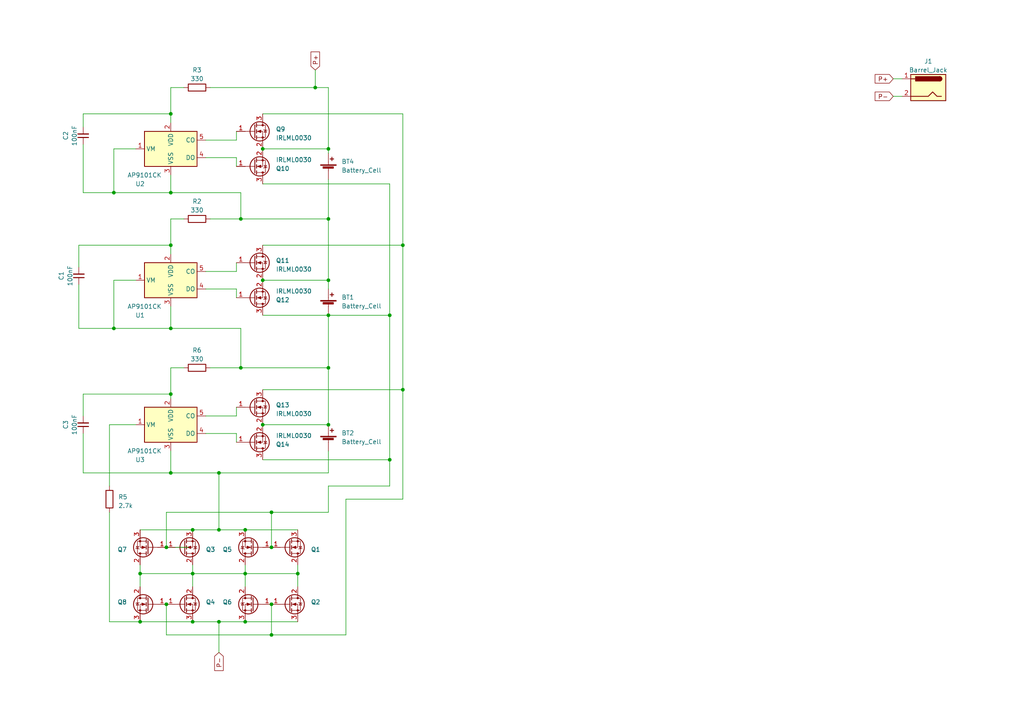
<source format=kicad_sch>
(kicad_sch (version 20230121) (generator eeschema)

  (uuid d19f00ae-1453-4bcc-83e3-c692479d919a)

  (paper "A4")

  (title_block
    (title "LiPo Charging/protection IC")
    (date "2023-03-09")
  )

  (lib_symbols
    (symbol "Battery_Management:AP9101CK" (in_bom yes) (on_board yes)
      (property "Reference" "U" (at -7.62 6.35 0)
        (effects (font (size 1.27 1.27)) (justify left))
      )
      (property "Value" "AP9101CK" (at 6.35 6.35 0)
        (effects (font (size 1.27 1.27)))
      )
      (property "Footprint" "Package_TO_SOT_SMD:SOT-23-5" (at -1.27 0 0)
        (effects (font (size 1.27 1.27)) hide)
      )
      (property "Datasheet" "https://www.diodes.com/assets/Datasheets/AP9101C.pdf" (at 0 1.27 0)
        (effects (font (size 1.27 1.27)) hide)
      )
      (property "ki_keywords" "battery protection li-ion li-po" (at 0 0 0)
        (effects (font (size 1.27 1.27)) hide)
      )
      (property "ki_description" "Li+ Battery Protection IC for Single Cell Pack, SOT-23-5" (at 0 0 0)
        (effects (font (size 1.27 1.27)) hide)
      )
      (property "ki_fp_filters" "SOT?23*" (at 0 0 0)
        (effects (font (size 1.27 1.27)) hide)
      )
      (symbol "AP9101CK_0_1"
        (rectangle (start -7.62 5.08) (end 7.62 -5.08)
          (stroke (width 0.254) (type default))
          (fill (type background))
        )
      )
      (symbol "AP9101CK_1_1"
        (pin passive line (at -10.16 0 0) (length 2.54)
          (name "VM" (effects (font (size 1.27 1.27))))
          (number "1" (effects (font (size 1.27 1.27))))
        )
        (pin power_in line (at 0 7.62 270) (length 2.54)
          (name "VDD" (effects (font (size 1.27 1.27))))
          (number "2" (effects (font (size 1.27 1.27))))
        )
        (pin power_in line (at 0 -7.62 90) (length 2.54)
          (name "VSS" (effects (font (size 1.27 1.27))))
          (number "3" (effects (font (size 1.27 1.27))))
        )
        (pin output line (at 10.16 -2.54 180) (length 2.54)
          (name "DO" (effects (font (size 1.27 1.27))))
          (number "4" (effects (font (size 1.27 1.27))))
        )
        (pin output line (at 10.16 2.54 180) (length 2.54)
          (name "CO" (effects (font (size 1.27 1.27))))
          (number "5" (effects (font (size 1.27 1.27))))
        )
      )
    )
    (symbol "Connector:Barrel_Jack" (pin_names (offset 1.016)) (in_bom yes) (on_board yes)
      (property "Reference" "J" (at 0 5.334 0)
        (effects (font (size 1.27 1.27)))
      )
      (property "Value" "Barrel_Jack" (at 0 -5.08 0)
        (effects (font (size 1.27 1.27)))
      )
      (property "Footprint" "" (at 1.27 -1.016 0)
        (effects (font (size 1.27 1.27)) hide)
      )
      (property "Datasheet" "~" (at 1.27 -1.016 0)
        (effects (font (size 1.27 1.27)) hide)
      )
      (property "ki_keywords" "DC power barrel jack connector" (at 0 0 0)
        (effects (font (size 1.27 1.27)) hide)
      )
      (property "ki_description" "DC Barrel Jack" (at 0 0 0)
        (effects (font (size 1.27 1.27)) hide)
      )
      (property "ki_fp_filters" "BarrelJack*" (at 0 0 0)
        (effects (font (size 1.27 1.27)) hide)
      )
      (symbol "Barrel_Jack_0_1"
        (rectangle (start -5.08 3.81) (end 5.08 -3.81)
          (stroke (width 0.254) (type default))
          (fill (type background))
        )
        (arc (start -3.302 3.175) (mid -3.9343 2.54) (end -3.302 1.905)
          (stroke (width 0.254) (type default))
          (fill (type none))
        )
        (arc (start -3.302 3.175) (mid -3.9343 2.54) (end -3.302 1.905)
          (stroke (width 0.254) (type default))
          (fill (type outline))
        )
        (polyline
          (pts
            (xy 5.08 2.54)
            (xy 3.81 2.54)
          )
          (stroke (width 0.254) (type default))
          (fill (type none))
        )
        (polyline
          (pts
            (xy -3.81 -2.54)
            (xy -2.54 -2.54)
            (xy -1.27 -1.27)
            (xy 0 -2.54)
            (xy 2.54 -2.54)
            (xy 5.08 -2.54)
          )
          (stroke (width 0.254) (type default))
          (fill (type none))
        )
        (rectangle (start 3.683 3.175) (end -3.302 1.905)
          (stroke (width 0.254) (type default))
          (fill (type outline))
        )
      )
      (symbol "Barrel_Jack_1_1"
        (pin passive line (at 7.62 2.54 180) (length 2.54)
          (name "~" (effects (font (size 1.27 1.27))))
          (number "1" (effects (font (size 1.27 1.27))))
        )
        (pin passive line (at 7.62 -2.54 180) (length 2.54)
          (name "~" (effects (font (size 1.27 1.27))))
          (number "2" (effects (font (size 1.27 1.27))))
        )
      )
    )
    (symbol "Device:Battery_Cell" (pin_numbers hide) (pin_names (offset 0) hide) (in_bom yes) (on_board yes)
      (property "Reference" "BT" (at 2.54 2.54 0)
        (effects (font (size 1.27 1.27)) (justify left))
      )
      (property "Value" "Battery_Cell" (at 2.54 0 0)
        (effects (font (size 1.27 1.27)) (justify left))
      )
      (property "Footprint" "" (at 0 1.524 90)
        (effects (font (size 1.27 1.27)) hide)
      )
      (property "Datasheet" "~" (at 0 1.524 90)
        (effects (font (size 1.27 1.27)) hide)
      )
      (property "ki_keywords" "battery cell" (at 0 0 0)
        (effects (font (size 1.27 1.27)) hide)
      )
      (property "ki_description" "Single-cell battery" (at 0 0 0)
        (effects (font (size 1.27 1.27)) hide)
      )
      (symbol "Battery_Cell_0_1"
        (rectangle (start -2.286 1.778) (end 2.286 1.524)
          (stroke (width 0) (type default))
          (fill (type outline))
        )
        (rectangle (start -1.5748 1.1938) (end 1.4732 0.6858)
          (stroke (width 0) (type default))
          (fill (type outline))
        )
        (polyline
          (pts
            (xy 0 0.762)
            (xy 0 0)
          )
          (stroke (width 0) (type default))
          (fill (type none))
        )
        (polyline
          (pts
            (xy 0 1.778)
            (xy 0 2.54)
          )
          (stroke (width 0) (type default))
          (fill (type none))
        )
        (polyline
          (pts
            (xy 0.508 3.429)
            (xy 1.524 3.429)
          )
          (stroke (width 0.254) (type default))
          (fill (type none))
        )
        (polyline
          (pts
            (xy 1.016 3.937)
            (xy 1.016 2.921)
          )
          (stroke (width 0.254) (type default))
          (fill (type none))
        )
      )
      (symbol "Battery_Cell_1_1"
        (pin passive line (at 0 5.08 270) (length 2.54)
          (name "+" (effects (font (size 1.27 1.27))))
          (number "1" (effects (font (size 1.27 1.27))))
        )
        (pin passive line (at 0 -2.54 90) (length 2.54)
          (name "-" (effects (font (size 1.27 1.27))))
          (number "2" (effects (font (size 1.27 1.27))))
        )
      )
    )
    (symbol "Device:C_Small" (pin_numbers hide) (pin_names (offset 0.254) hide) (in_bom yes) (on_board yes)
      (property "Reference" "C" (at 0.254 1.778 0)
        (effects (font (size 1.27 1.27)) (justify left))
      )
      (property "Value" "C_Small" (at 0.254 -2.032 0)
        (effects (font (size 1.27 1.27)) (justify left))
      )
      (property "Footprint" "" (at 0 0 0)
        (effects (font (size 1.27 1.27)) hide)
      )
      (property "Datasheet" "~" (at 0 0 0)
        (effects (font (size 1.27 1.27)) hide)
      )
      (property "ki_keywords" "capacitor cap" (at 0 0 0)
        (effects (font (size 1.27 1.27)) hide)
      )
      (property "ki_description" "Unpolarized capacitor, small symbol" (at 0 0 0)
        (effects (font (size 1.27 1.27)) hide)
      )
      (property "ki_fp_filters" "C_*" (at 0 0 0)
        (effects (font (size 1.27 1.27)) hide)
      )
      (symbol "C_Small_0_1"
        (polyline
          (pts
            (xy -1.524 -0.508)
            (xy 1.524 -0.508)
          )
          (stroke (width 0.3302) (type default))
          (fill (type none))
        )
        (polyline
          (pts
            (xy -1.524 0.508)
            (xy 1.524 0.508)
          )
          (stroke (width 0.3048) (type default))
          (fill (type none))
        )
      )
      (symbol "C_Small_1_1"
        (pin passive line (at 0 2.54 270) (length 2.032)
          (name "~" (effects (font (size 1.27 1.27))))
          (number "1" (effects (font (size 1.27 1.27))))
        )
        (pin passive line (at 0 -2.54 90) (length 2.032)
          (name "~" (effects (font (size 1.27 1.27))))
          (number "2" (effects (font (size 1.27 1.27))))
        )
      )
    )
    (symbol "Device:R" (pin_numbers hide) (pin_names (offset 0)) (in_bom yes) (on_board yes)
      (property "Reference" "R" (at 2.032 0 90)
        (effects (font (size 1.27 1.27)))
      )
      (property "Value" "R" (at 0 0 90)
        (effects (font (size 1.27 1.27)))
      )
      (property "Footprint" "" (at -1.778 0 90)
        (effects (font (size 1.27 1.27)) hide)
      )
      (property "Datasheet" "~" (at 0 0 0)
        (effects (font (size 1.27 1.27)) hide)
      )
      (property "ki_keywords" "R res resistor" (at 0 0 0)
        (effects (font (size 1.27 1.27)) hide)
      )
      (property "ki_description" "Resistor" (at 0 0 0)
        (effects (font (size 1.27 1.27)) hide)
      )
      (property "ki_fp_filters" "R_*" (at 0 0 0)
        (effects (font (size 1.27 1.27)) hide)
      )
      (symbol "R_0_1"
        (rectangle (start -1.016 -2.54) (end 1.016 2.54)
          (stroke (width 0.254) (type default))
          (fill (type none))
        )
      )
      (symbol "R_1_1"
        (pin passive line (at 0 3.81 270) (length 1.27)
          (name "~" (effects (font (size 1.27 1.27))))
          (number "1" (effects (font (size 1.27 1.27))))
        )
        (pin passive line (at 0 -3.81 90) (length 1.27)
          (name "~" (effects (font (size 1.27 1.27))))
          (number "2" (effects (font (size 1.27 1.27))))
        )
      )
    )
    (symbol "Transistor_FET:IRLB8721PBF" (pin_names hide) (in_bom yes) (on_board yes)
      (property "Reference" "Q" (at 6.35 1.905 0)
        (effects (font (size 1.27 1.27)) (justify left))
      )
      (property "Value" "IRLB8721PBF" (at 6.35 0 0)
        (effects (font (size 1.27 1.27)) (justify left))
      )
      (property "Footprint" "Package_TO_SOT_THT:TO-220-3_Vertical" (at 6.35 -1.905 0)
        (effects (font (size 1.27 1.27) italic) (justify left) hide)
      )
      (property "Datasheet" "http://www.infineon.com/dgdl/irlb8721pbf.pdf?fileId=5546d462533600a40153566056732591" (at 0 0 0)
        (effects (font (size 1.27 1.27)) (justify left) hide)
      )
      (property "ki_keywords" "N-Channel HEXFET MOSFET Logic-Level" (at 0 0 0)
        (effects (font (size 1.27 1.27)) hide)
      )
      (property "ki_description" "62A Id, 30V Vds, 8.7 mOhm Rds, N-Channel HEXFET Power MOSFET, TO-220" (at 0 0 0)
        (effects (font (size 1.27 1.27)) hide)
      )
      (property "ki_fp_filters" "TO?220*" (at 0 0 0)
        (effects (font (size 1.27 1.27)) hide)
      )
      (symbol "IRLB8721PBF_0_1"
        (polyline
          (pts
            (xy 0.254 0)
            (xy -2.54 0)
          )
          (stroke (width 0) (type default))
          (fill (type none))
        )
        (polyline
          (pts
            (xy 0.254 1.905)
            (xy 0.254 -1.905)
          )
          (stroke (width 0.254) (type default))
          (fill (type none))
        )
        (polyline
          (pts
            (xy 0.762 -1.27)
            (xy 0.762 -2.286)
          )
          (stroke (width 0.254) (type default))
          (fill (type none))
        )
        (polyline
          (pts
            (xy 0.762 0.508)
            (xy 0.762 -0.508)
          )
          (stroke (width 0.254) (type default))
          (fill (type none))
        )
        (polyline
          (pts
            (xy 0.762 2.286)
            (xy 0.762 1.27)
          )
          (stroke (width 0.254) (type default))
          (fill (type none))
        )
        (polyline
          (pts
            (xy 2.54 2.54)
            (xy 2.54 1.778)
          )
          (stroke (width 0) (type default))
          (fill (type none))
        )
        (polyline
          (pts
            (xy 2.54 -2.54)
            (xy 2.54 0)
            (xy 0.762 0)
          )
          (stroke (width 0) (type default))
          (fill (type none))
        )
        (polyline
          (pts
            (xy 0.762 -1.778)
            (xy 3.302 -1.778)
            (xy 3.302 1.778)
            (xy 0.762 1.778)
          )
          (stroke (width 0) (type default))
          (fill (type none))
        )
        (polyline
          (pts
            (xy 1.016 0)
            (xy 2.032 0.381)
            (xy 2.032 -0.381)
            (xy 1.016 0)
          )
          (stroke (width 0) (type default))
          (fill (type outline))
        )
        (polyline
          (pts
            (xy 2.794 0.508)
            (xy 2.921 0.381)
            (xy 3.683 0.381)
            (xy 3.81 0.254)
          )
          (stroke (width 0) (type default))
          (fill (type none))
        )
        (polyline
          (pts
            (xy 3.302 0.381)
            (xy 2.921 -0.254)
            (xy 3.683 -0.254)
            (xy 3.302 0.381)
          )
          (stroke (width 0) (type default))
          (fill (type none))
        )
        (circle (center 1.651 0) (radius 2.794)
          (stroke (width 0.254) (type default))
          (fill (type none))
        )
        (circle (center 2.54 -1.778) (radius 0.254)
          (stroke (width 0) (type default))
          (fill (type outline))
        )
        (circle (center 2.54 1.778) (radius 0.254)
          (stroke (width 0) (type default))
          (fill (type outline))
        )
      )
      (symbol "IRLB8721PBF_1_1"
        (pin input line (at -5.08 0 0) (length 2.54)
          (name "G" (effects (font (size 1.27 1.27))))
          (number "1" (effects (font (size 1.27 1.27))))
        )
        (pin passive line (at 2.54 5.08 270) (length 2.54)
          (name "D" (effects (font (size 1.27 1.27))))
          (number "2" (effects (font (size 1.27 1.27))))
        )
        (pin passive line (at 2.54 -5.08 90) (length 2.54)
          (name "S" (effects (font (size 1.27 1.27))))
          (number "3" (effects (font (size 1.27 1.27))))
        )
      )
    )
    (symbol "Transistor_FET:IRLML0030" (pin_names hide) (in_bom yes) (on_board yes)
      (property "Reference" "Q" (at 5.08 1.905 0)
        (effects (font (size 1.27 1.27)) (justify left))
      )
      (property "Value" "IRLML0030" (at 5.08 0 0)
        (effects (font (size 1.27 1.27)) (justify left))
      )
      (property "Footprint" "Package_TO_SOT_SMD:SOT-23" (at 5.08 -1.905 0)
        (effects (font (size 1.27 1.27) italic) (justify left) hide)
      )
      (property "Datasheet" "https://www.infineon.com/dgdl/irlml0030pbf.pdf?fileId=5546d462533600a401535664773825df" (at 0 0 0)
        (effects (font (size 1.27 1.27)) (justify left) hide)
      )
      (property "ki_keywords" "N-Channel HEXFET MOSFET Logic-Level" (at 0 0 0)
        (effects (font (size 1.27 1.27)) hide)
      )
      (property "ki_description" "5.3A Id, 30V Vds, 27mOhm Rds, N-Channel HEXFET Power MOSFET, SOT-23" (at 0 0 0)
        (effects (font (size 1.27 1.27)) hide)
      )
      (property "ki_fp_filters" "SOT?23*" (at 0 0 0)
        (effects (font (size 1.27 1.27)) hide)
      )
      (symbol "IRLML0030_0_1"
        (polyline
          (pts
            (xy 0.254 0)
            (xy -2.54 0)
          )
          (stroke (width 0) (type default))
          (fill (type none))
        )
        (polyline
          (pts
            (xy 0.254 1.905)
            (xy 0.254 -1.905)
          )
          (stroke (width 0.254) (type default))
          (fill (type none))
        )
        (polyline
          (pts
            (xy 0.762 -1.27)
            (xy 0.762 -2.286)
          )
          (stroke (width 0.254) (type default))
          (fill (type none))
        )
        (polyline
          (pts
            (xy 0.762 0.508)
            (xy 0.762 -0.508)
          )
          (stroke (width 0.254) (type default))
          (fill (type none))
        )
        (polyline
          (pts
            (xy 0.762 2.286)
            (xy 0.762 1.27)
          )
          (stroke (width 0.254) (type default))
          (fill (type none))
        )
        (polyline
          (pts
            (xy 2.54 2.54)
            (xy 2.54 1.778)
          )
          (stroke (width 0) (type default))
          (fill (type none))
        )
        (polyline
          (pts
            (xy 2.54 -2.54)
            (xy 2.54 0)
            (xy 0.762 0)
          )
          (stroke (width 0) (type default))
          (fill (type none))
        )
        (polyline
          (pts
            (xy 0.762 -1.778)
            (xy 3.302 -1.778)
            (xy 3.302 1.778)
            (xy 0.762 1.778)
          )
          (stroke (width 0) (type default))
          (fill (type none))
        )
        (polyline
          (pts
            (xy 1.016 0)
            (xy 2.032 0.381)
            (xy 2.032 -0.381)
            (xy 1.016 0)
          )
          (stroke (width 0) (type default))
          (fill (type outline))
        )
        (polyline
          (pts
            (xy 2.794 0.508)
            (xy 2.921 0.381)
            (xy 3.683 0.381)
            (xy 3.81 0.254)
          )
          (stroke (width 0) (type default))
          (fill (type none))
        )
        (polyline
          (pts
            (xy 3.302 0.381)
            (xy 2.921 -0.254)
            (xy 3.683 -0.254)
            (xy 3.302 0.381)
          )
          (stroke (width 0) (type default))
          (fill (type none))
        )
        (circle (center 1.651 0) (radius 2.794)
          (stroke (width 0.254) (type default))
          (fill (type none))
        )
        (circle (center 2.54 -1.778) (radius 0.254)
          (stroke (width 0) (type default))
          (fill (type outline))
        )
        (circle (center 2.54 1.778) (radius 0.254)
          (stroke (width 0) (type default))
          (fill (type outline))
        )
      )
      (symbol "IRLML0030_1_1"
        (pin input line (at -5.08 0 0) (length 2.54)
          (name "G" (effects (font (size 1.27 1.27))))
          (number "1" (effects (font (size 1.27 1.27))))
        )
        (pin passive line (at 2.54 -5.08 90) (length 2.54)
          (name "S" (effects (font (size 1.27 1.27))))
          (number "2" (effects (font (size 1.27 1.27))))
        )
        (pin passive line (at 2.54 5.08 270) (length 2.54)
          (name "D" (effects (font (size 1.27 1.27))))
          (number "3" (effects (font (size 1.27 1.27))))
        )
      )
    )
  )

  (junction (at 49.53 95.25) (diameter 0) (color 0 0 0 0)
    (uuid 0062998d-45f5-400b-95fb-6c43b6297e8f)
  )
  (junction (at 78.74 184.15) (diameter 0) (color 0 0 0 0)
    (uuid 03874635-da72-4c53-a2c0-ae9781db574e)
  )
  (junction (at 63.5 180.34) (diameter 0) (color 0 0 0 0)
    (uuid 07ab9d08-d547-4ff9-aad4-979133efffb8)
  )
  (junction (at 71.12 166.37) (diameter 0) (color 0 0 0 0)
    (uuid 14888afe-0cbd-45d7-a0ad-4eea7ceba2bf)
  )
  (junction (at 76.2 123.19) (diameter 0) (color 0 0 0 0)
    (uuid 18e11eee-b34e-442d-9f26-9a8d46f4cce8)
  )
  (junction (at 78.74 148.59) (diameter 0) (color 0 0 0 0)
    (uuid 258f721b-aaab-43c6-b2cc-fd209e143d36)
  )
  (junction (at 113.03 91.44) (diameter 0) (color 0 0 0 0)
    (uuid 2693dcfa-ed10-44bd-abd2-75b38554844d)
  )
  (junction (at 116.84 113.03) (diameter 0) (color 0 0 0 0)
    (uuid 28ea72f2-036d-4c64-8d58-db98e08869af)
  )
  (junction (at 95.25 106.68) (diameter 0) (color 0 0 0 0)
    (uuid 29e272c9-b3e5-48a4-a04d-35a76fc920bf)
  )
  (junction (at 69.85 63.5) (diameter 0) (color 0 0 0 0)
    (uuid 2f5e36f2-dd46-4d19-b983-a0ae497e0aa0)
  )
  (junction (at 78.74 175.26) (diameter 0) (color 0 0 0 0)
    (uuid 35f9087c-6d7d-458f-9df3-db8c6ba2bc48)
  )
  (junction (at 95.25 43.18) (diameter 0) (color 0 0 0 0)
    (uuid 36cbe722-f54e-4b69-9085-8a4a5e9dde1a)
  )
  (junction (at 71.12 153.67) (diameter 0) (color 0 0 0 0)
    (uuid 3aa874ab-7a9c-4a94-b4b6-bbd9d6fec916)
  )
  (junction (at 69.85 106.68) (diameter 0) (color 0 0 0 0)
    (uuid 41501d9a-2724-4621-90d4-79b88140f8ed)
  )
  (junction (at 91.44 25.4) (diameter 0) (color 0 0 0 0)
    (uuid 494c0eb1-e143-4959-8cf1-7a50944f12f5)
  )
  (junction (at 48.26 158.75) (diameter 0) (color 0 0 0 0)
    (uuid 51f44263-1c5e-42fc-ae30-1cf44ac7ca41)
  )
  (junction (at 49.53 55.88) (diameter 0) (color 0 0 0 0)
    (uuid 526ebeea-f6fe-47fe-8230-6a7617003947)
  )
  (junction (at 63.5 137.16) (diameter 0) (color 0 0 0 0)
    (uuid 5abe3f68-e07e-44e3-9ce1-dc1a883a8e63)
  )
  (junction (at 49.53 114.3) (diameter 0) (color 0 0 0 0)
    (uuid 6133af8d-1600-419a-bec2-06511637c7a1)
  )
  (junction (at 95.25 91.44) (diameter 0) (color 0 0 0 0)
    (uuid 68dfd79d-ff4b-4c4c-8015-887499782789)
  )
  (junction (at 40.64 166.37) (diameter 0) (color 0 0 0 0)
    (uuid 6d5b438f-0c30-4e0e-98c3-023f496b24ed)
  )
  (junction (at 55.88 180.34) (diameter 0) (color 0 0 0 0)
    (uuid 75a97920-8d1f-45d8-a4b3-152e6d340e8e)
  )
  (junction (at 55.88 153.67) (diameter 0) (color 0 0 0 0)
    (uuid 8187289b-0b3b-4be2-9e51-832263eedfc4)
  )
  (junction (at 95.25 63.5) (diameter 0) (color 0 0 0 0)
    (uuid 8b77c752-f9e4-4c23-8ce6-6d488556a9a7)
  )
  (junction (at 63.5 153.67) (diameter 0) (color 0 0 0 0)
    (uuid 8e5085d4-e9d6-40e9-a194-62d02e680e5d)
  )
  (junction (at 113.03 133.35) (diameter 0) (color 0 0 0 0)
    (uuid 96d4872b-b47e-4ca0-b93b-bb667745ef4b)
  )
  (junction (at 76.2 81.28) (diameter 0) (color 0 0 0 0)
    (uuid 9886c15e-154f-4a76-b3e1-10f00ea9bb56)
  )
  (junction (at 95.25 123.19) (diameter 0) (color 0 0 0 0)
    (uuid 9a030193-ec17-4d1d-a600-ad4e90026c84)
  )
  (junction (at 86.36 166.37) (diameter 0) (color 0 0 0 0)
    (uuid 9ff47359-fac8-4ee9-b9d1-5ce653304730)
  )
  (junction (at 76.2 43.18) (diameter 0) (color 0 0 0 0)
    (uuid a24986cd-8109-4c95-9d9f-75ef298e8521)
  )
  (junction (at 78.74 158.75) (diameter 0) (color 0 0 0 0)
    (uuid a819a172-f668-42f1-833e-bfb426ff363b)
  )
  (junction (at 55.88 166.37) (diameter 0) (color 0 0 0 0)
    (uuid b900a8d1-a4de-47f7-a751-f35c5b163c7c)
  )
  (junction (at 71.12 180.34) (diameter 0) (color 0 0 0 0)
    (uuid ca2879ce-1ceb-4c8f-96c0-a143118b220e)
  )
  (junction (at 33.02 55.88) (diameter 0) (color 0 0 0 0)
    (uuid ce03ee01-0d26-4211-8e05-c30b4a0bc87e)
  )
  (junction (at 48.26 175.26) (diameter 0) (color 0 0 0 0)
    (uuid d5ece6b2-686a-4c2b-b48e-7438f63a3b48)
  )
  (junction (at 49.53 71.12) (diameter 0) (color 0 0 0 0)
    (uuid db43eab4-4164-4ff7-abb0-872051dbde28)
  )
  (junction (at 95.25 81.28) (diameter 0) (color 0 0 0 0)
    (uuid dd70d76a-c923-4d63-8c12-24bf3d7386ea)
  )
  (junction (at 116.84 71.12) (diameter 0) (color 0 0 0 0)
    (uuid e74ff1bb-a805-4686-bf71-f4d92e345454)
  )
  (junction (at 49.53 137.16) (diameter 0) (color 0 0 0 0)
    (uuid ee5ca9dd-d89e-4994-ad6c-bef78d4843ba)
  )
  (junction (at 49.53 33.02) (diameter 0) (color 0 0 0 0)
    (uuid f1fbd918-5c63-445b-bce0-11e2ebe63f98)
  )
  (junction (at 40.64 180.34) (diameter 0) (color 0 0 0 0)
    (uuid f88df9b0-05bc-4e6e-8d87-cd63d435c8f4)
  )
  (junction (at 33.02 95.25) (diameter 0) (color 0 0 0 0)
    (uuid ff9207e4-b057-43c6-a3bd-97bd833a45ee)
  )

  (wire (pts (xy 33.02 95.25) (xy 49.53 95.25))
    (stroke (width 0) (type default))
    (uuid 00c63dcd-1ab2-49f1-a21f-75ed742476a3)
  )
  (wire (pts (xy 39.37 123.19) (xy 31.75 123.19))
    (stroke (width 0) (type default))
    (uuid 06ada04e-368a-452c-9a88-b0bd405036cf)
  )
  (wire (pts (xy 116.84 144.78) (xy 100.33 144.78))
    (stroke (width 0) (type default))
    (uuid 098eea6b-935b-445b-a58e-501ef4a1bf78)
  )
  (wire (pts (xy 40.64 153.67) (xy 55.88 153.67))
    (stroke (width 0) (type default))
    (uuid 09d73eea-0afb-4dee-b2a4-a15ea923815a)
  )
  (wire (pts (xy 31.75 148.59) (xy 31.75 180.34))
    (stroke (width 0) (type default))
    (uuid 0b45dbe8-f512-4bdd-ab3d-8007bff155c5)
  )
  (wire (pts (xy 39.37 43.18) (xy 33.02 43.18))
    (stroke (width 0) (type default))
    (uuid 0cd7b1ea-5965-4408-95b6-b39cdec57132)
  )
  (wire (pts (xy 68.58 78.74) (xy 68.58 76.2))
    (stroke (width 0) (type default))
    (uuid 0f2a4aa0-09c9-4d07-a5c8-bd8e53715cae)
  )
  (wire (pts (xy 86.36 163.83) (xy 86.36 166.37))
    (stroke (width 0) (type default))
    (uuid 0f5315a7-a178-4022-8b09-9094318d2173)
  )
  (wire (pts (xy 63.5 137.16) (xy 95.25 137.16))
    (stroke (width 0) (type default))
    (uuid 10f52c64-3372-4485-8f4a-3e0b41e3318a)
  )
  (wire (pts (xy 55.88 166.37) (xy 55.88 163.83))
    (stroke (width 0) (type default))
    (uuid 1139f7f1-a401-4af8-9804-fb71bd53e66a)
  )
  (wire (pts (xy 78.74 148.59) (xy 95.25 148.59))
    (stroke (width 0) (type default))
    (uuid 148f97ed-e609-4776-8892-e6e73e0e3cf3)
  )
  (wire (pts (xy 76.2 91.44) (xy 95.25 91.44))
    (stroke (width 0) (type default))
    (uuid 191a80d0-a4f6-4b89-a7f7-55b2854fc2f8)
  )
  (wire (pts (xy 49.53 33.02) (xy 24.13 33.02))
    (stroke (width 0) (type default))
    (uuid 1af9f56c-2a9c-4678-8d66-4c85b5f44869)
  )
  (wire (pts (xy 24.13 137.16) (xy 49.53 137.16))
    (stroke (width 0) (type default))
    (uuid 1b31e2d4-920e-4f89-b804-7119ae3ac2eb)
  )
  (wire (pts (xy 55.88 180.34) (xy 63.5 180.34))
    (stroke (width 0) (type default))
    (uuid 1be6a8ff-820a-494e-b150-74ed24471b3c)
  )
  (wire (pts (xy 259.08 27.94) (xy 261.62 27.94))
    (stroke (width 0) (type default))
    (uuid 1da33acb-21fb-48b5-8357-a451a9b22195)
  )
  (wire (pts (xy 95.25 43.18) (xy 76.2 43.18))
    (stroke (width 0) (type default))
    (uuid 2037d5d1-8277-42f3-bae1-ba97268ac793)
  )
  (wire (pts (xy 95.25 137.16) (xy 95.25 130.81))
    (stroke (width 0) (type default))
    (uuid 20e349c9-76d3-4fb5-85fa-dcd451d14c15)
  )
  (wire (pts (xy 95.25 91.44) (xy 113.03 91.44))
    (stroke (width 0) (type default))
    (uuid 215d220a-ccab-4ab1-a83c-0a22ee0bf18e)
  )
  (wire (pts (xy 22.86 95.25) (xy 33.02 95.25))
    (stroke (width 0) (type default))
    (uuid 2268ee4c-7fa8-44d0-8d0c-3fd8f3b5b4da)
  )
  (wire (pts (xy 69.85 95.25) (xy 69.85 106.68))
    (stroke (width 0) (type default))
    (uuid 22941cfd-c938-4c28-a908-344c19537cdb)
  )
  (wire (pts (xy 95.25 63.5) (xy 95.25 81.28))
    (stroke (width 0) (type default))
    (uuid 2644f2be-bc6a-48dd-b18e-e2c2b65d3d13)
  )
  (wire (pts (xy 95.25 81.28) (xy 76.2 81.28))
    (stroke (width 0) (type default))
    (uuid 29a0a369-d64e-4c04-a1ae-eba3071413cf)
  )
  (wire (pts (xy 24.13 33.02) (xy 24.13 36.83))
    (stroke (width 0) (type default))
    (uuid 2ab5fc78-a041-4214-99b4-9d159ed0efa2)
  )
  (wire (pts (xy 59.69 120.65) (xy 68.58 120.65))
    (stroke (width 0) (type default))
    (uuid 2d1980af-3ba3-4cac-889e-0d03e9d7385b)
  )
  (wire (pts (xy 63.5 180.34) (xy 63.5 189.23))
    (stroke (width 0) (type default))
    (uuid 2e9610e6-92ec-4901-be48-21ae265cf2be)
  )
  (wire (pts (xy 39.37 81.28) (xy 33.02 81.28))
    (stroke (width 0) (type default))
    (uuid 3115b29c-f666-4515-be7b-85202f674f92)
  )
  (wire (pts (xy 49.53 95.25) (xy 69.85 95.25))
    (stroke (width 0) (type default))
    (uuid 3190a757-be3d-4681-9277-80a2cac31885)
  )
  (wire (pts (xy 49.53 106.68) (xy 49.53 114.3))
    (stroke (width 0) (type default))
    (uuid 32424146-e322-4481-a4b5-32ea65468280)
  )
  (wire (pts (xy 95.25 52.07) (xy 95.25 63.5))
    (stroke (width 0) (type default))
    (uuid 325eab0c-0c4f-4b20-8a23-5706e715d21b)
  )
  (wire (pts (xy 78.74 184.15) (xy 100.33 184.15))
    (stroke (width 0) (type default))
    (uuid 32e6896b-a582-48db-af60-2af1d80dc08a)
  )
  (wire (pts (xy 31.75 140.97) (xy 31.75 123.19))
    (stroke (width 0) (type default))
    (uuid 3308f9b2-b83d-49d3-ab9a-189b040fb84f)
  )
  (wire (pts (xy 78.74 175.26) (xy 78.74 184.15))
    (stroke (width 0) (type default))
    (uuid 334c681b-fc45-4750-a4fa-3e93006e7cb5)
  )
  (wire (pts (xy 59.69 78.74) (xy 68.58 78.74))
    (stroke (width 0) (type default))
    (uuid 33b4a87c-29f9-4a88-9b30-b4f5b536be09)
  )
  (wire (pts (xy 68.58 120.65) (xy 68.58 118.11))
    (stroke (width 0) (type default))
    (uuid 34ba511d-d277-40ad-b617-8f3188e4dd27)
  )
  (wire (pts (xy 76.2 133.35) (xy 113.03 133.35))
    (stroke (width 0) (type default))
    (uuid 37921b35-bf6d-4877-8b56-ff90a6718c2b)
  )
  (wire (pts (xy 24.13 114.3) (xy 24.13 120.65))
    (stroke (width 0) (type default))
    (uuid 379de9b7-e0b3-46c6-8742-db7ac4dfc24e)
  )
  (wire (pts (xy 59.69 83.82) (xy 68.58 83.82))
    (stroke (width 0) (type default))
    (uuid 3865aa38-c9ce-45a0-a18e-6a1c13163724)
  )
  (wire (pts (xy 40.64 166.37) (xy 40.64 163.83))
    (stroke (width 0) (type default))
    (uuid 3957a780-2767-41a0-82ef-d63d01367ec1)
  )
  (wire (pts (xy 49.53 88.9) (xy 49.53 95.25))
    (stroke (width 0) (type default))
    (uuid 3a53cdfe-c907-4bb9-b470-55fb9983aa3b)
  )
  (wire (pts (xy 24.13 41.91) (xy 24.13 55.88))
    (stroke (width 0) (type default))
    (uuid 3b932f34-d9cd-47bd-950f-0be855e97176)
  )
  (wire (pts (xy 55.88 166.37) (xy 55.88 170.18))
    (stroke (width 0) (type default))
    (uuid 4090cd1a-7ab7-4592-96de-59132c23e428)
  )
  (wire (pts (xy 95.25 123.19) (xy 76.2 123.19))
    (stroke (width 0) (type default))
    (uuid 45a506c5-9aee-449c-99e6-fb249c495991)
  )
  (wire (pts (xy 49.53 71.12) (xy 49.53 73.66))
    (stroke (width 0) (type default))
    (uuid 4620d95f-903f-4d7d-9d57-c434c9e3905c)
  )
  (wire (pts (xy 31.75 180.34) (xy 40.64 180.34))
    (stroke (width 0) (type default))
    (uuid 46dbfcde-4a4f-4866-8305-688a86b92b4a)
  )
  (wire (pts (xy 48.26 148.59) (xy 48.26 158.75))
    (stroke (width 0) (type default))
    (uuid 4aec2d5b-7056-40e1-bc3e-cf55c4d82ec1)
  )
  (wire (pts (xy 54.61 158.75) (xy 48.26 158.75))
    (stroke (width 0) (type default))
    (uuid 53003815-1be3-4853-bcd0-d2689f2065d9)
  )
  (wire (pts (xy 259.08 22.86) (xy 261.62 22.86))
    (stroke (width 0) (type default))
    (uuid 53a7650e-7c36-4113-9a5f-474847b8f55b)
  )
  (wire (pts (xy 40.64 170.18) (xy 40.64 166.37))
    (stroke (width 0) (type default))
    (uuid 545d103b-8b3d-4570-80a2-a84c678e1114)
  )
  (wire (pts (xy 59.69 40.64) (xy 68.58 40.64))
    (stroke (width 0) (type default))
    (uuid 5506b9fb-8689-4ea4-9ff0-28d9b328a9f7)
  )
  (wire (pts (xy 48.26 148.59) (xy 78.74 148.59))
    (stroke (width 0) (type default))
    (uuid 5ccafe53-32ea-4212-917f-e8804d017583)
  )
  (wire (pts (xy 69.85 106.68) (xy 95.25 106.68))
    (stroke (width 0) (type default))
    (uuid 5d72b414-8484-4a12-a666-91d4feab3b14)
  )
  (wire (pts (xy 63.5 153.67) (xy 71.12 153.67))
    (stroke (width 0) (type default))
    (uuid 5e56675e-9769-4eb9-9f41-d276eeb4f981)
  )
  (wire (pts (xy 113.03 91.44) (xy 113.03 133.35))
    (stroke (width 0) (type default))
    (uuid 638d1e0a-31ce-4bbd-b970-48e149167f09)
  )
  (wire (pts (xy 55.88 153.67) (xy 63.5 153.67))
    (stroke (width 0) (type default))
    (uuid 6a548c31-1b2c-454b-a147-205e1bbf9697)
  )
  (wire (pts (xy 100.33 144.78) (xy 100.33 184.15))
    (stroke (width 0) (type default))
    (uuid 6ae0e138-065a-46a8-a928-7af4db7acd28)
  )
  (wire (pts (xy 78.74 184.15) (xy 48.26 184.15))
    (stroke (width 0) (type default))
    (uuid 6b576219-3f8f-4b9c-9d60-b435818c0f2d)
  )
  (wire (pts (xy 24.13 125.73) (xy 24.13 137.16))
    (stroke (width 0) (type default))
    (uuid 6bd89166-d255-4e73-89a5-7151b83fd2c8)
  )
  (wire (pts (xy 49.53 63.5) (xy 49.53 71.12))
    (stroke (width 0) (type default))
    (uuid 6c1a2004-58e1-493d-b9de-de68ba5323ed)
  )
  (wire (pts (xy 95.25 91.44) (xy 95.25 106.68))
    (stroke (width 0) (type default))
    (uuid 70695ba1-34c1-47aa-8057-dd55ed9c91ae)
  )
  (wire (pts (xy 53.34 106.68) (xy 49.53 106.68))
    (stroke (width 0) (type default))
    (uuid 70e83163-9597-4e3f-b95f-2687416d100b)
  )
  (wire (pts (xy 71.12 180.34) (xy 86.36 180.34))
    (stroke (width 0) (type default))
    (uuid 7258e140-41c2-4100-9c34-9824e3c574e4)
  )
  (wire (pts (xy 24.13 55.88) (xy 33.02 55.88))
    (stroke (width 0) (type default))
    (uuid 7270531a-120a-4bfe-a8fe-af195cd9a033)
  )
  (wire (pts (xy 49.53 137.16) (xy 63.5 137.16))
    (stroke (width 0) (type default))
    (uuid 73c8464f-b2d7-4fc4-a961-52c60d1e17a3)
  )
  (wire (pts (xy 49.53 130.81) (xy 49.53 137.16))
    (stroke (width 0) (type default))
    (uuid 761895bc-7be3-4f79-ae04-6bb533de2f37)
  )
  (wire (pts (xy 113.03 53.34) (xy 113.03 91.44))
    (stroke (width 0) (type default))
    (uuid 7830e101-136b-4c08-8b8c-c4035efc3eea)
  )
  (wire (pts (xy 33.02 43.18) (xy 33.02 55.88))
    (stroke (width 0) (type default))
    (uuid 79b78420-2869-46d2-9ddd-755d81c6c8d7)
  )
  (wire (pts (xy 59.69 45.72) (xy 68.58 45.72))
    (stroke (width 0) (type default))
    (uuid 7a3a13af-4c2e-44e5-9956-b9e5bb9db768)
  )
  (wire (pts (xy 76.2 113.03) (xy 116.84 113.03))
    (stroke (width 0) (type default))
    (uuid 7b369aab-745f-4add-94a1-45c9b9bd80b0)
  )
  (wire (pts (xy 22.86 71.12) (xy 22.86 77.47))
    (stroke (width 0) (type default))
    (uuid 7c543677-36ce-4ebd-b67e-8091341345a9)
  )
  (wire (pts (xy 68.58 125.73) (xy 68.58 128.27))
    (stroke (width 0) (type default))
    (uuid 7e24bcf2-44c3-42e2-b2ce-8813fb04e794)
  )
  (wire (pts (xy 95.25 106.68) (xy 95.25 123.19))
    (stroke (width 0) (type default))
    (uuid 84507b03-c5d3-4b7e-af38-532172cadfcf)
  )
  (wire (pts (xy 40.64 180.34) (xy 55.88 180.34))
    (stroke (width 0) (type default))
    (uuid 88292bbb-a58e-4dd6-87d6-5ceca3029119)
  )
  (wire (pts (xy 71.12 166.37) (xy 71.12 163.83))
    (stroke (width 0) (type default))
    (uuid 889b1dd3-6729-4447-bbd2-5b76af19e46c)
  )
  (wire (pts (xy 63.5 137.16) (xy 63.5 153.67))
    (stroke (width 0) (type default))
    (uuid 8ba20a0c-82f7-42b4-a115-ce5d86dc2701)
  )
  (wire (pts (xy 68.58 83.82) (xy 68.58 86.36))
    (stroke (width 0) (type default))
    (uuid 923c5680-0683-4f72-998e-10aa17525793)
  )
  (wire (pts (xy 60.96 106.68) (xy 69.85 106.68))
    (stroke (width 0) (type default))
    (uuid 92d5a331-f57f-4612-be0d-9e39c35a4eb9)
  )
  (wire (pts (xy 78.74 148.59) (xy 78.74 158.75))
    (stroke (width 0) (type default))
    (uuid 9757c5a9-1726-4818-8032-f2e5fcbe4daf)
  )
  (wire (pts (xy 76.2 53.34) (xy 113.03 53.34))
    (stroke (width 0) (type default))
    (uuid 99da0115-b9a5-4b5a-b5de-ae4bf1840081)
  )
  (wire (pts (xy 71.12 166.37) (xy 86.36 166.37))
    (stroke (width 0) (type default))
    (uuid 9a8af348-ca87-4e80-ad70-50352c9b340f)
  )
  (wire (pts (xy 86.36 166.37) (xy 86.36 170.18))
    (stroke (width 0) (type default))
    (uuid 9de37f46-d4c3-4e3e-bcc9-ebd443dfedca)
  )
  (wire (pts (xy 116.84 33.02) (xy 116.84 71.12))
    (stroke (width 0) (type default))
    (uuid a21af26f-574c-47f9-bcec-8ab06f3d0bbe)
  )
  (wire (pts (xy 91.44 25.4) (xy 95.25 25.4))
    (stroke (width 0) (type default))
    (uuid a4479647-9aa6-4a95-b419-1019ac4f0a95)
  )
  (wire (pts (xy 60.96 25.4) (xy 91.44 25.4))
    (stroke (width 0) (type default))
    (uuid a62f57d1-8ae1-4c96-8e35-af067d424e6c)
  )
  (wire (pts (xy 49.53 114.3) (xy 49.53 115.57))
    (stroke (width 0) (type default))
    (uuid a70a4ba3-1366-45e8-b35f-6ffc3b10d383)
  )
  (wire (pts (xy 55.88 166.37) (xy 71.12 166.37))
    (stroke (width 0) (type default))
    (uuid aa197019-e3ef-4c1d-ad9b-76c0584a2c19)
  )
  (wire (pts (xy 95.25 44.45) (xy 95.25 43.18))
    (stroke (width 0) (type default))
    (uuid aae14f6d-5954-4120-9975-68d1ad06f152)
  )
  (wire (pts (xy 76.2 33.02) (xy 116.84 33.02))
    (stroke (width 0) (type default))
    (uuid ab426166-b946-4411-89ae-6d08bdf09d22)
  )
  (wire (pts (xy 95.25 140.97) (xy 95.25 148.59))
    (stroke (width 0) (type default))
    (uuid acfaff16-6366-439c-ade7-ba9646e0a698)
  )
  (wire (pts (xy 76.2 71.12) (xy 116.84 71.12))
    (stroke (width 0) (type default))
    (uuid b24c09d0-18e4-4791-b0b3-491f50a19efb)
  )
  (wire (pts (xy 49.53 114.3) (xy 24.13 114.3))
    (stroke (width 0) (type default))
    (uuid b3dcfec1-d470-40dc-9cba-9798bd7a462e)
  )
  (wire (pts (xy 60.96 63.5) (xy 69.85 63.5))
    (stroke (width 0) (type default))
    (uuid b5c8f595-7a8b-4b55-9411-3bedca176225)
  )
  (wire (pts (xy 69.85 63.5) (xy 95.25 63.5))
    (stroke (width 0) (type default))
    (uuid b8959159-66aa-435d-992a-981b7c2af30f)
  )
  (wire (pts (xy 68.58 45.72) (xy 68.58 48.26))
    (stroke (width 0) (type default))
    (uuid bb849c9c-bdea-43ac-87a1-63cff8ae0c4f)
  )
  (wire (pts (xy 116.84 113.03) (xy 116.84 144.78))
    (stroke (width 0) (type default))
    (uuid bc77ce43-1655-47fa-a5aa-008f26109fcf)
  )
  (wire (pts (xy 33.02 55.88) (xy 49.53 55.88))
    (stroke (width 0) (type default))
    (uuid bff3b0af-30bb-4c47-9d18-faccb79c36fa)
  )
  (wire (pts (xy 91.44 20.32) (xy 91.44 25.4))
    (stroke (width 0) (type default))
    (uuid c3aadefb-674f-4c1a-b101-5f7601a3af5b)
  )
  (wire (pts (xy 95.25 25.4) (xy 95.25 43.18))
    (stroke (width 0) (type default))
    (uuid c4eb4beb-96e1-4847-89bd-9764b2448b2e)
  )
  (wire (pts (xy 48.26 184.15) (xy 48.26 175.26))
    (stroke (width 0) (type default))
    (uuid c5d0cf71-4602-434d-a412-35ce4573e6c4)
  )
  (wire (pts (xy 49.53 50.8) (xy 49.53 55.88))
    (stroke (width 0) (type default))
    (uuid c833638a-b109-407f-89c1-56c7dda1dc94)
  )
  (wire (pts (xy 22.86 82.55) (xy 22.86 95.25))
    (stroke (width 0) (type default))
    (uuid cb7b1410-74f9-4c64-b38b-96ec7abca67d)
  )
  (wire (pts (xy 33.02 81.28) (xy 33.02 95.25))
    (stroke (width 0) (type default))
    (uuid cc07d0c7-2cc6-40cc-a10a-1e670bfeac29)
  )
  (wire (pts (xy 49.53 25.4) (xy 49.53 33.02))
    (stroke (width 0) (type default))
    (uuid cd3ea772-11bc-4d3c-a297-4b07c506f0b2)
  )
  (wire (pts (xy 113.03 133.35) (xy 113.03 140.97))
    (stroke (width 0) (type default))
    (uuid d1ff471c-1e6c-4f2e-b348-09ba190673d9)
  )
  (wire (pts (xy 69.85 55.88) (xy 69.85 63.5))
    (stroke (width 0) (type default))
    (uuid d370a902-07af-45b3-87d2-e132ce545340)
  )
  (wire (pts (xy 113.03 140.97) (xy 95.25 140.97))
    (stroke (width 0) (type default))
    (uuid d43257d3-556f-475d-8145-7e9f9dd98335)
  )
  (wire (pts (xy 68.58 40.64) (xy 68.58 38.1))
    (stroke (width 0) (type default))
    (uuid da3bf2d0-d67e-4983-a363-c21bf8b6e900)
  )
  (wire (pts (xy 71.12 166.37) (xy 71.12 170.18))
    (stroke (width 0) (type default))
    (uuid de88c1f6-1e22-4992-b049-ab748d1b0910)
  )
  (wire (pts (xy 53.34 25.4) (xy 49.53 25.4))
    (stroke (width 0) (type default))
    (uuid dec8f4d2-b7a8-4922-97e7-5a10bedcf1a9)
  )
  (wire (pts (xy 40.64 166.37) (xy 55.88 166.37))
    (stroke (width 0) (type default))
    (uuid e0f78c56-e6a6-41c5-850c-f5d5a5a76612)
  )
  (wire (pts (xy 49.53 71.12) (xy 22.86 71.12))
    (stroke (width 0) (type default))
    (uuid e334c313-3543-4b87-a829-a13ab7a9261e)
  )
  (wire (pts (xy 49.53 33.02) (xy 49.53 35.56))
    (stroke (width 0) (type default))
    (uuid e5096249-e5ec-4c6c-8e02-120c7effb993)
  )
  (wire (pts (xy 49.53 55.88) (xy 69.85 55.88))
    (stroke (width 0) (type default))
    (uuid e742d68b-55d4-4429-8440-0322ad659691)
  )
  (wire (pts (xy 59.69 125.73) (xy 68.58 125.73))
    (stroke (width 0) (type default))
    (uuid edf3a631-20c6-45c4-b509-af48b54b8454)
  )
  (wire (pts (xy 53.34 63.5) (xy 49.53 63.5))
    (stroke (width 0) (type default))
    (uuid f3ce2a91-9e09-4446-b628-6d2e5553bf9a)
  )
  (wire (pts (xy 63.5 180.34) (xy 71.12 180.34))
    (stroke (width 0) (type default))
    (uuid f6492e35-5c95-4567-b832-91236caa78a5)
  )
  (wire (pts (xy 71.12 153.67) (xy 86.36 153.67))
    (stroke (width 0) (type default))
    (uuid f6c9241e-d87e-4e2b-a850-b5a3cc1c40de)
  )
  (wire (pts (xy 116.84 71.12) (xy 116.84 113.03))
    (stroke (width 0) (type default))
    (uuid f7d98934-4e9f-49c3-9112-e4516a9de290)
  )
  (wire (pts (xy 95.25 81.28) (xy 95.25 83.82))
    (stroke (width 0) (type default))
    (uuid f96c1223-f98d-4146-b234-fbefc668f5fe)
  )

  (global_label "P+" (shape input) (at 259.08 22.86 180) (fields_autoplaced)
    (effects (font (size 1.27 1.27)) (justify right))
    (uuid 127bd9ef-764a-4632-b529-789e06e1cb86)
    (property "Intersheetrefs" "${INTERSHEET_REFS}" (at 253.3318 22.86 0)
      (effects (font (size 1.27 1.27)) (justify right) hide)
    )
  )
  (global_label "P-" (shape input) (at 259.08 27.94 180) (fields_autoplaced)
    (effects (font (size 1.27 1.27)) (justify right))
    (uuid 7a71d0ac-f928-4ea9-8e0a-459921598f21)
    (property "Intersheetrefs" "${INTERSHEET_REFS}" (at 253.3318 27.94 0)
      (effects (font (size 1.27 1.27)) (justify right) hide)
    )
  )
  (global_label "P+" (shape input) (at 91.44 20.32 90) (fields_autoplaced)
    (effects (font (size 1.27 1.27)) (justify left))
    (uuid 98ed3d22-4eea-4f40-af88-5b0825a7da6c)
    (property "Intersheetrefs" "${INTERSHEET_REFS}" (at 91.44 14.5718 90)
      (effects (font (size 1.27 1.27)) (justify left) hide)
    )
  )
  (global_label "P-" (shape input) (at 63.5 189.23 270) (fields_autoplaced)
    (effects (font (size 1.27 1.27)) (justify right))
    (uuid ba14d0c8-9d14-428e-be1a-ae137dcbe180)
    (property "Intersheetrefs" "${INTERSHEET_REFS}" (at 63.5 194.9782 90)
      (effects (font (size 1.27 1.27)) (justify right) hide)
    )
  )

  (symbol (lib_id "Transistor_FET:IRLB8721PBF") (at 83.82 175.26 0) (unit 1)
    (in_bom yes) (on_board yes) (dnp no)
    (uuid 0ce62f16-6d32-4fc4-827f-c64f55a2edd5)
    (property "Reference" "Q2" (at 90.17 174.625 0)
      (effects (font (size 1.27 1.27)) (justify left))
    )
    (property "Value" "IRLB8721PBF" (at 90.17 177.165 0)
      (effects (font (size 1.27 1.27)) (justify left) hide)
    )
    (property "Footprint" "Package_TO_SOT_THT:TO-220-3_Vertical" (at 90.17 177.165 0)
      (effects (font (size 1.27 1.27) italic) (justify left) hide)
    )
    (property "Datasheet" "http://www.infineon.com/dgdl/irlb8721pbf.pdf?fileId=5546d462533600a40153566056732591" (at 83.82 175.26 0)
      (effects (font (size 1.27 1.27)) (justify left) hide)
    )
    (pin "1" (uuid 88a609b5-b71f-4b51-b12f-0e98ad02ab71))
    (pin "2" (uuid da065404-d85b-4f54-8a09-ac0f78d2e7af))
    (pin "3" (uuid 81cc3e2c-281b-4252-b8ec-b19c0ef8b6fa))
    (instances
      (project "Main_project"
        (path "/d19f00ae-1453-4bcc-83e3-c692479d919a"
          (reference "Q2") (unit 1)
        )
      )
    )
  )

  (symbol (lib_id "Transistor_FET:IRLML0030") (at 73.66 86.36 0) (mirror x) (unit 1)
    (in_bom yes) (on_board yes) (dnp no)
    (uuid 0e7bbd6e-f593-4d71-90ea-ebecc94ba859)
    (property "Reference" "Q12" (at 80.01 86.995 0)
      (effects (font (size 1.27 1.27)) (justify left))
    )
    (property "Value" "IRLML0030" (at 80.01 84.455 0)
      (effects (font (size 1.27 1.27)) (justify left))
    )
    (property "Footprint" "Package_TO_SOT_SMD:SOT-23" (at 78.74 84.455 0)
      (effects (font (size 1.27 1.27) italic) (justify left) hide)
    )
    (property "Datasheet" "https://www.infineon.com/dgdl/irlml0030pbf.pdf?fileId=5546d462533600a401535664773825df" (at 73.66 86.36 0)
      (effects (font (size 1.27 1.27)) (justify left) hide)
    )
    (pin "1" (uuid 68df75bb-8921-4e2d-bb04-fcef0cbfecdc))
    (pin "2" (uuid 03a29795-cc95-43ce-955a-6953ab4e317e))
    (pin "3" (uuid 80d4d99d-e1a0-4476-8fb0-b2e5e0e143e9))
    (instances
      (project "Main_project"
        (path "/d19f00ae-1453-4bcc-83e3-c692479d919a"
          (reference "Q12") (unit 1)
        )
      )
    )
  )

  (symbol (lib_id "Transistor_FET:IRLML0030") (at 73.66 48.26 0) (mirror x) (unit 1)
    (in_bom yes) (on_board yes) (dnp no)
    (uuid 10ac4d0f-b7c0-4d14-a612-0e5018b71345)
    (property "Reference" "Q10" (at 80.01 48.895 0)
      (effects (font (size 1.27 1.27)) (justify left))
    )
    (property "Value" "IRLML0030" (at 80.01 46.355 0)
      (effects (font (size 1.27 1.27)) (justify left))
    )
    (property "Footprint" "Package_TO_SOT_SMD:SOT-23" (at 78.74 46.355 0)
      (effects (font (size 1.27 1.27) italic) (justify left) hide)
    )
    (property "Datasheet" "https://www.infineon.com/dgdl/irlml0030pbf.pdf?fileId=5546d462533600a401535664773825df" (at 73.66 48.26 0)
      (effects (font (size 1.27 1.27)) (justify left) hide)
    )
    (pin "1" (uuid 0e8e89a5-b455-4f06-98e4-9bc4ae8ecb40))
    (pin "2" (uuid 5f15b670-37c7-4a52-b3c1-4e0f1ce13050))
    (pin "3" (uuid 9477cbc3-cff3-4ada-b770-1ff3e55e24b1))
    (instances
      (project "Main_project"
        (path "/d19f00ae-1453-4bcc-83e3-c692479d919a"
          (reference "Q10") (unit 1)
        )
      )
    )
  )

  (symbol (lib_id "Device:Battery_Cell") (at 95.25 88.9 0) (unit 1)
    (in_bom yes) (on_board yes) (dnp no) (fields_autoplaced)
    (uuid 13938bcd-190e-419a-a26a-89dce6f5fce0)
    (property "Reference" "BT1" (at 99.06 86.233 0)
      (effects (font (size 1.27 1.27)) (justify left))
    )
    (property "Value" "Battery_Cell" (at 99.06 88.773 0)
      (effects (font (size 1.27 1.27)) (justify left))
    )
    (property "Footprint" "" (at 95.25 87.376 90)
      (effects (font (size 1.27 1.27)) hide)
    )
    (property "Datasheet" "~" (at 95.25 87.376 90)
      (effects (font (size 1.27 1.27)) hide)
    )
    (pin "1" (uuid bbbd13ce-0a0d-42a2-9c7f-a0f5bef379d0))
    (pin "2" (uuid b955f5d9-88d1-4b93-8f13-0d2bc9f203c5))
    (instances
      (project "Main_project"
        (path "/d19f00ae-1453-4bcc-83e3-c692479d919a"
          (reference "BT1") (unit 1)
        )
      )
    )
  )

  (symbol (lib_id "Device:C_Small") (at 24.13 39.37 180) (unit 1)
    (in_bom yes) (on_board yes) (dnp no)
    (uuid 15dbfb97-61d3-4777-a568-a140b4d75f35)
    (property "Reference" "C2" (at 19.05 39.3637 90)
      (effects (font (size 1.27 1.27)))
    )
    (property "Value" "100nF" (at 21.59 39.3637 90)
      (effects (font (size 1.27 1.27)))
    )
    (property "Footprint" "" (at 24.13 39.37 0)
      (effects (font (size 1.27 1.27)) hide)
    )
    (property "Datasheet" "~" (at 24.13 39.37 0)
      (effects (font (size 1.27 1.27)) hide)
    )
    (pin "1" (uuid 0bbb71c5-d0a1-4838-94a3-e274be1dd835))
    (pin "2" (uuid d24337f6-c777-4a48-92a0-c4ee1a988830))
    (instances
      (project "Main_project"
        (path "/d19f00ae-1453-4bcc-83e3-c692479d919a"
          (reference "C2") (unit 1)
        )
      )
    )
  )

  (symbol (lib_id "Battery_Management:AP9101CK") (at 49.53 81.28 0) (unit 1)
    (in_bom yes) (on_board yes) (dnp no)
    (uuid 1a731f18-5e23-4b7b-9a00-73163279c230)
    (property "Reference" "U1" (at 40.64 91.44 0)
      (effects (font (size 1.27 1.27)))
    )
    (property "Value" "AP9101CK" (at 41.91 88.9 0)
      (effects (font (size 1.27 1.27)))
    )
    (property "Footprint" "Package_TO_SOT_SMD:SOT-23-5" (at 48.26 81.28 0)
      (effects (font (size 1.27 1.27)) hide)
    )
    (property "Datasheet" "https://www.diodes.com/assets/Datasheets/AP9101C.pdf" (at 49.53 80.01 0)
      (effects (font (size 1.27 1.27)) hide)
    )
    (pin "1" (uuid 0e723817-04d9-40b7-b5d6-86f47a51a923))
    (pin "2" (uuid fa70bd75-ca24-4fe2-a147-842459a9ffaf))
    (pin "3" (uuid 3674209c-4c95-45f8-b125-b0b4e69670bb))
    (pin "4" (uuid 8e7cb8d1-a7c4-446a-b288-a766e15f021f))
    (pin "5" (uuid 9e8869bd-e546-459b-a641-ee17cbea7cf1))
    (instances
      (project "Main_project"
        (path "/d19f00ae-1453-4bcc-83e3-c692479d919a"
          (reference "U1") (unit 1)
        )
      )
    )
  )

  (symbol (lib_id "Connector:Barrel_Jack") (at 269.24 25.4 0) (mirror y) (unit 1)
    (in_bom yes) (on_board yes) (dnp no)
    (uuid 20a884dc-1da5-4cbd-8ea9-9bfa6b66fcd3)
    (property "Reference" "J1" (at 269.24 17.78 0)
      (effects (font (size 1.27 1.27)))
    )
    (property "Value" "Barrel_Jack" (at 269.24 20.32 0)
      (effects (font (size 1.27 1.27)))
    )
    (property "Footprint" "" (at 267.97 26.416 0)
      (effects (font (size 1.27 1.27)) hide)
    )
    (property "Datasheet" "~" (at 267.97 26.416 0)
      (effects (font (size 1.27 1.27)) hide)
    )
    (pin "1" (uuid ea2d5bec-5eb8-4284-bb41-3d844087a0b0))
    (pin "2" (uuid 077d13ea-9503-4758-9620-67412df14c13))
    (instances
      (project "Main_project"
        (path "/d19f00ae-1453-4bcc-83e3-c692479d919a"
          (reference "J1") (unit 1)
        )
      )
    )
  )

  (symbol (lib_id "Transistor_FET:IRLB8721PBF") (at 73.66 158.75 180) (unit 1)
    (in_bom yes) (on_board yes) (dnp no)
    (uuid 22bcfdaa-8e0e-46e0-b506-2ffe0bb0fd43)
    (property "Reference" "Q5" (at 67.31 159.385 0)
      (effects (font (size 1.27 1.27)) (justify left))
    )
    (property "Value" "IRLB8721PBF" (at 67.31 156.845 0)
      (effects (font (size 1.27 1.27)) (justify left) hide)
    )
    (property "Footprint" "Package_TO_SOT_THT:TO-220-3_Vertical" (at 67.31 156.845 0)
      (effects (font (size 1.27 1.27) italic) (justify left) hide)
    )
    (property "Datasheet" "http://www.infineon.com/dgdl/irlb8721pbf.pdf?fileId=5546d462533600a40153566056732591" (at 73.66 158.75 0)
      (effects (font (size 1.27 1.27)) (justify left) hide)
    )
    (pin "1" (uuid 3fd8d062-c2ef-4c53-be12-5987dd4a4e92))
    (pin "2" (uuid 2556645a-2984-4eac-b869-a5716c27e543))
    (pin "3" (uuid aede9936-f3eb-48a5-b0ef-28caec2b049d))
    (instances
      (project "Main_project"
        (path "/d19f00ae-1453-4bcc-83e3-c692479d919a"
          (reference "Q5") (unit 1)
        )
      )
    )
  )

  (symbol (lib_id "Transistor_FET:IRLB8721PBF") (at 73.66 175.26 0) (mirror y) (unit 1)
    (in_bom yes) (on_board yes) (dnp no)
    (uuid 2ad25d09-d2de-4752-9f77-5869300965d5)
    (property "Reference" "Q6" (at 67.31 174.625 0)
      (effects (font (size 1.27 1.27)) (justify left))
    )
    (property "Value" "IRLB8721PBF" (at 67.31 177.165 0)
      (effects (font (size 1.27 1.27)) (justify left) hide)
    )
    (property "Footprint" "Package_TO_SOT_THT:TO-220-3_Vertical" (at 67.31 177.165 0)
      (effects (font (size 1.27 1.27) italic) (justify left) hide)
    )
    (property "Datasheet" "http://www.infineon.com/dgdl/irlb8721pbf.pdf?fileId=5546d462533600a40153566056732591" (at 73.66 175.26 0)
      (effects (font (size 1.27 1.27)) (justify left) hide)
    )
    (pin "1" (uuid 941308d5-363d-44d0-a657-35f106ebf10c))
    (pin "2" (uuid ec3cf23a-6b24-4246-86fe-a1abafd50725))
    (pin "3" (uuid 3b0dff6d-3247-4800-9083-b089c8c760ba))
    (instances
      (project "Main_project"
        (path "/d19f00ae-1453-4bcc-83e3-c692479d919a"
          (reference "Q6") (unit 1)
        )
      )
    )
  )

  (symbol (lib_id "Transistor_FET:IRLML0030") (at 73.66 76.2 0) (unit 1)
    (in_bom yes) (on_board yes) (dnp no) (fields_autoplaced)
    (uuid 2cf1e5f9-3f57-4e8d-b672-b38b4d82a106)
    (property "Reference" "Q11" (at 80.01 75.565 0)
      (effects (font (size 1.27 1.27)) (justify left))
    )
    (property "Value" "IRLML0030" (at 80.01 78.105 0)
      (effects (font (size 1.27 1.27)) (justify left))
    )
    (property "Footprint" "Package_TO_SOT_SMD:SOT-23" (at 78.74 78.105 0)
      (effects (font (size 1.27 1.27) italic) (justify left) hide)
    )
    (property "Datasheet" "https://www.infineon.com/dgdl/irlml0030pbf.pdf?fileId=5546d462533600a401535664773825df" (at 73.66 76.2 0)
      (effects (font (size 1.27 1.27)) (justify left) hide)
    )
    (pin "1" (uuid a107ac31-33aa-4aa1-9efc-8cfc8e0a464c))
    (pin "2" (uuid 7c8883c2-ba9b-4b44-9748-352a51d9d6e5))
    (pin "3" (uuid fbd2c9f1-2a40-4f18-8a64-9c04a75493a0))
    (instances
      (project "Main_project"
        (path "/d19f00ae-1453-4bcc-83e3-c692479d919a"
          (reference "Q11") (unit 1)
        )
      )
    )
  )

  (symbol (lib_id "Transistor_FET:IRLB8721PBF") (at 43.18 175.26 0) (mirror y) (unit 1)
    (in_bom yes) (on_board yes) (dnp no)
    (uuid 2f8bc02d-3bd3-49b4-ae86-c923aec5f953)
    (property "Reference" "Q8" (at 36.83 174.625 0)
      (effects (font (size 1.27 1.27)) (justify left))
    )
    (property "Value" "IRLB8721PBF" (at 36.83 177.165 0)
      (effects (font (size 1.27 1.27)) (justify left) hide)
    )
    (property "Footprint" "Package_TO_SOT_THT:TO-220-3_Vertical" (at 36.83 177.165 0)
      (effects (font (size 1.27 1.27) italic) (justify left) hide)
    )
    (property "Datasheet" "http://www.infineon.com/dgdl/irlb8721pbf.pdf?fileId=5546d462533600a40153566056732591" (at 43.18 175.26 0)
      (effects (font (size 1.27 1.27)) (justify left) hide)
    )
    (pin "1" (uuid f7d34ed9-5a9e-421c-846f-0e4bcffd83f0))
    (pin "2" (uuid e8c1c825-23c3-4bec-bc50-00538682c612))
    (pin "3" (uuid 2c1262e4-6ad2-41a8-8152-babbbe2d9aed))
    (instances
      (project "Main_project"
        (path "/d19f00ae-1453-4bcc-83e3-c692479d919a"
          (reference "Q8") (unit 1)
        )
      )
    )
  )

  (symbol (lib_id "Transistor_FET:IRLB8721PBF") (at 83.82 158.75 0) (mirror x) (unit 1)
    (in_bom yes) (on_board yes) (dnp no)
    (uuid 4c0449df-268d-4803-94e0-35d02fa02325)
    (property "Reference" "Q1" (at 90.17 159.385 0)
      (effects (font (size 1.27 1.27)) (justify left))
    )
    (property "Value" "IRLB8721PBF" (at 90.17 156.845 0)
      (effects (font (size 1.27 1.27)) (justify left) hide)
    )
    (property "Footprint" "Package_TO_SOT_THT:TO-220-3_Vertical" (at 90.17 156.845 0)
      (effects (font (size 1.27 1.27) italic) (justify left) hide)
    )
    (property "Datasheet" "http://www.infineon.com/dgdl/irlb8721pbf.pdf?fileId=5546d462533600a40153566056732591" (at 83.82 158.75 0)
      (effects (font (size 1.27 1.27)) (justify left) hide)
    )
    (pin "1" (uuid 9662aada-51ce-4a25-89e1-7364853a7f9b))
    (pin "2" (uuid f15a8d76-41c4-4e2c-bb94-c47e742fca72))
    (pin "3" (uuid 80829959-818c-40f9-8ebf-d4225e4da1fd))
    (instances
      (project "Main_project"
        (path "/d19f00ae-1453-4bcc-83e3-c692479d919a"
          (reference "Q1") (unit 1)
        )
      )
    )
  )

  (symbol (lib_id "Device:R") (at 57.15 106.68 90) (unit 1)
    (in_bom yes) (on_board yes) (dnp no) (fields_autoplaced)
    (uuid 6122489d-086c-43a7-9985-0f6b56fd6139)
    (property "Reference" "R6" (at 57.15 101.6 90)
      (effects (font (size 1.27 1.27)))
    )
    (property "Value" "330" (at 57.15 104.14 90)
      (effects (font (size 1.27 1.27)))
    )
    (property "Footprint" "" (at 57.15 108.458 90)
      (effects (font (size 1.27 1.27)) hide)
    )
    (property "Datasheet" "~" (at 57.15 106.68 0)
      (effects (font (size 1.27 1.27)) hide)
    )
    (pin "1" (uuid b9a01ecb-7581-4135-963f-3390915964b7))
    (pin "2" (uuid 284852c6-f2ba-4139-856a-29fb12f71988))
    (instances
      (project "Main_project"
        (path "/d19f00ae-1453-4bcc-83e3-c692479d919a"
          (reference "R6") (unit 1)
        )
      )
    )
  )

  (symbol (lib_id "Device:Battery_Cell") (at 95.25 49.53 0) (unit 1)
    (in_bom yes) (on_board yes) (dnp no) (fields_autoplaced)
    (uuid 662d089c-01c2-4842-ac2a-b6b2983ad484)
    (property "Reference" "BT4" (at 99.06 46.863 0)
      (effects (font (size 1.27 1.27)) (justify left))
    )
    (property "Value" "Battery_Cell" (at 99.06 49.403 0)
      (effects (font (size 1.27 1.27)) (justify left))
    )
    (property "Footprint" "" (at 95.25 48.006 90)
      (effects (font (size 1.27 1.27)) hide)
    )
    (property "Datasheet" "~" (at 95.25 48.006 90)
      (effects (font (size 1.27 1.27)) hide)
    )
    (pin "1" (uuid 595b7088-45f3-4a0c-b6f5-837eaed5444d))
    (pin "2" (uuid ac5648dc-f87d-49f6-ba8d-70d66998f6ce))
    (instances
      (project "Main_project"
        (path "/d19f00ae-1453-4bcc-83e3-c692479d919a"
          (reference "BT4") (unit 1)
        )
      )
    )
  )

  (symbol (lib_id "Transistor_FET:IRLML0030") (at 73.66 128.27 0) (mirror x) (unit 1)
    (in_bom yes) (on_board yes) (dnp no)
    (uuid 68bcd765-ca14-4985-9f38-a629966e3e47)
    (property "Reference" "Q14" (at 80.01 128.905 0)
      (effects (font (size 1.27 1.27)) (justify left))
    )
    (property "Value" "IRLML0030" (at 80.01 126.365 0)
      (effects (font (size 1.27 1.27)) (justify left))
    )
    (property "Footprint" "Package_TO_SOT_SMD:SOT-23" (at 78.74 126.365 0)
      (effects (font (size 1.27 1.27) italic) (justify left) hide)
    )
    (property "Datasheet" "https://www.infineon.com/dgdl/irlml0030pbf.pdf?fileId=5546d462533600a401535664773825df" (at 73.66 128.27 0)
      (effects (font (size 1.27 1.27)) (justify left) hide)
    )
    (pin "1" (uuid fa0ff15c-a125-42d0-9bee-dc3416f9bcd4))
    (pin "2" (uuid 6b353ff7-cb6b-4241-a88e-fc4e83703cdb))
    (pin "3" (uuid 18d54248-8531-4787-9715-a7a507218ede))
    (instances
      (project "Main_project"
        (path "/d19f00ae-1453-4bcc-83e3-c692479d919a"
          (reference "Q14") (unit 1)
        )
      )
    )
  )

  (symbol (lib_id "Transistor_FET:IRLML0030") (at 73.66 38.1 0) (unit 1)
    (in_bom yes) (on_board yes) (dnp no) (fields_autoplaced)
    (uuid 6e627200-76eb-45f6-a9a8-616ddda15133)
    (property "Reference" "Q9" (at 80.01 37.465 0)
      (effects (font (size 1.27 1.27)) (justify left))
    )
    (property "Value" "IRLML0030" (at 80.01 40.005 0)
      (effects (font (size 1.27 1.27)) (justify left))
    )
    (property "Footprint" "Package_TO_SOT_SMD:SOT-23" (at 78.74 40.005 0)
      (effects (font (size 1.27 1.27) italic) (justify left) hide)
    )
    (property "Datasheet" "https://www.infineon.com/dgdl/irlml0030pbf.pdf?fileId=5546d462533600a401535664773825df" (at 73.66 38.1 0)
      (effects (font (size 1.27 1.27)) (justify left) hide)
    )
    (pin "1" (uuid 100139d1-545b-4d7f-ad92-94abfda70c4e))
    (pin "2" (uuid e9d47231-3afe-411f-8658-d1e955a3150a))
    (pin "3" (uuid 0b0ee25a-15be-43da-be45-8dfd19bc2f2a))
    (instances
      (project "Main_project"
        (path "/d19f00ae-1453-4bcc-83e3-c692479d919a"
          (reference "Q9") (unit 1)
        )
      )
    )
  )

  (symbol (lib_id "Transistor_FET:IRLB8721PBF") (at 53.34 158.75 0) (mirror x) (unit 1)
    (in_bom yes) (on_board yes) (dnp no)
    (uuid 7d4ac4f3-84f1-461c-9b20-b4475a81145c)
    (property "Reference" "Q3" (at 59.69 159.385 0)
      (effects (font (size 1.27 1.27)) (justify left))
    )
    (property "Value" "IRLB8721PBF" (at 59.69 156.845 0)
      (effects (font (size 1.27 1.27)) (justify left) hide)
    )
    (property "Footprint" "Package_TO_SOT_THT:TO-220-3_Vertical" (at 59.69 156.845 0)
      (effects (font (size 1.27 1.27) italic) (justify left) hide)
    )
    (property "Datasheet" "http://www.infineon.com/dgdl/irlb8721pbf.pdf?fileId=5546d462533600a40153566056732591" (at 53.34 158.75 0)
      (effects (font (size 1.27 1.27)) (justify left) hide)
    )
    (pin "1" (uuid 03b5ef91-aa5b-4349-bcaa-07f97d495b22))
    (pin "2" (uuid 02a07c18-4118-438a-beb7-fa5740a91e0e))
    (pin "3" (uuid a07b1dc3-c6b6-4cda-8e30-90eac1680904))
    (instances
      (project "Main_project"
        (path "/d19f00ae-1453-4bcc-83e3-c692479d919a"
          (reference "Q3") (unit 1)
        )
      )
    )
  )

  (symbol (lib_id "Transistor_FET:IRLML0030") (at 73.66 118.11 0) (unit 1)
    (in_bom yes) (on_board yes) (dnp no) (fields_autoplaced)
    (uuid 80c068f6-d365-49ed-807f-27d9c8a7951a)
    (property "Reference" "Q13" (at 80.01 117.475 0)
      (effects (font (size 1.27 1.27)) (justify left))
    )
    (property "Value" "IRLML0030" (at 80.01 120.015 0)
      (effects (font (size 1.27 1.27)) (justify left))
    )
    (property "Footprint" "Package_TO_SOT_SMD:SOT-23" (at 78.74 120.015 0)
      (effects (font (size 1.27 1.27) italic) (justify left) hide)
    )
    (property "Datasheet" "https://www.infineon.com/dgdl/irlml0030pbf.pdf?fileId=5546d462533600a401535664773825df" (at 73.66 118.11 0)
      (effects (font (size 1.27 1.27)) (justify left) hide)
    )
    (pin "1" (uuid c5c10548-6597-44bf-ab48-52487ca0ac0c))
    (pin "2" (uuid 974f49e7-2000-42d9-83de-c29275124044))
    (pin "3" (uuid 232d9050-cd4a-4e69-8029-50450f23e3c7))
    (instances
      (project "Main_project"
        (path "/d19f00ae-1453-4bcc-83e3-c692479d919a"
          (reference "Q13") (unit 1)
        )
      )
    )
  )

  (symbol (lib_id "Device:R") (at 57.15 25.4 90) (unit 1)
    (in_bom yes) (on_board yes) (dnp no) (fields_autoplaced)
    (uuid 82ce8cf9-4a7c-4fb4-b4fe-c6a116bbc6ce)
    (property "Reference" "R3" (at 57.15 20.32 90)
      (effects (font (size 1.27 1.27)))
    )
    (property "Value" "330" (at 57.15 22.86 90)
      (effects (font (size 1.27 1.27)))
    )
    (property "Footprint" "" (at 57.15 27.178 90)
      (effects (font (size 1.27 1.27)) hide)
    )
    (property "Datasheet" "~" (at 57.15 25.4 0)
      (effects (font (size 1.27 1.27)) hide)
    )
    (pin "1" (uuid a8fdd409-9f9c-482d-a454-28bfcdcd7f6f))
    (pin "2" (uuid 85f31042-c6d6-4ee9-a0e7-5c5520bffb93))
    (instances
      (project "Main_project"
        (path "/d19f00ae-1453-4bcc-83e3-c692479d919a"
          (reference "R3") (unit 1)
        )
      )
    )
  )

  (symbol (lib_id "Transistor_FET:IRLB8721PBF") (at 53.34 175.26 0) (unit 1)
    (in_bom yes) (on_board yes) (dnp no)
    (uuid 90e4cafc-5cf1-4374-999c-c8463588d925)
    (property "Reference" "Q4" (at 59.69 174.625 0)
      (effects (font (size 1.27 1.27)) (justify left))
    )
    (property "Value" "IRLB8721PBF" (at 59.69 177.165 0)
      (effects (font (size 1.27 1.27)) (justify left) hide)
    )
    (property "Footprint" "Package_TO_SOT_THT:TO-220-3_Vertical" (at 59.69 177.165 0)
      (effects (font (size 1.27 1.27) italic) (justify left) hide)
    )
    (property "Datasheet" "http://www.infineon.com/dgdl/irlb8721pbf.pdf?fileId=5546d462533600a40153566056732591" (at 53.34 175.26 0)
      (effects (font (size 1.27 1.27)) (justify left) hide)
    )
    (pin "1" (uuid 0a40e5e9-19d6-4556-8193-305b7e89305e))
    (pin "2" (uuid 3c85cfe6-09bc-4a28-9339-699ec2c0b69f))
    (pin "3" (uuid 1b043cdf-3c9f-42d7-8690-71e6dfa5e2dd))
    (instances
      (project "Main_project"
        (path "/d19f00ae-1453-4bcc-83e3-c692479d919a"
          (reference "Q4") (unit 1)
        )
      )
    )
  )

  (symbol (lib_id "Device:R") (at 57.15 63.5 90) (unit 1)
    (in_bom yes) (on_board yes) (dnp no) (fields_autoplaced)
    (uuid 9dc6471c-ff3d-4066-8bdc-b14ac126ec6c)
    (property "Reference" "R2" (at 57.15 58.42 90)
      (effects (font (size 1.27 1.27)))
    )
    (property "Value" "330" (at 57.15 60.96 90)
      (effects (font (size 1.27 1.27)))
    )
    (property "Footprint" "" (at 57.15 65.278 90)
      (effects (font (size 1.27 1.27)) hide)
    )
    (property "Datasheet" "~" (at 57.15 63.5 0)
      (effects (font (size 1.27 1.27)) hide)
    )
    (pin "1" (uuid 6f5985ab-ac42-4bfe-b519-a90310c37e8f))
    (pin "2" (uuid c5b74e58-ac8a-469b-ba31-ac7c93339b15))
    (instances
      (project "Main_project"
        (path "/d19f00ae-1453-4bcc-83e3-c692479d919a"
          (reference "R2") (unit 1)
        )
      )
    )
  )

  (symbol (lib_id "Transistor_FET:IRLB8721PBF") (at 43.18 158.75 180) (unit 1)
    (in_bom yes) (on_board yes) (dnp no)
    (uuid 9e3aaf80-28f2-43f7-8cde-3d18da514246)
    (property "Reference" "Q7" (at 36.83 159.385 0)
      (effects (font (size 1.27 1.27)) (justify left))
    )
    (property "Value" "IRLB8721PBF" (at 36.83 156.845 0)
      (effects (font (size 1.27 1.27)) (justify left) hide)
    )
    (property "Footprint" "Package_TO_SOT_THT:TO-220-3_Vertical" (at 36.83 156.845 0)
      (effects (font (size 1.27 1.27) italic) (justify left) hide)
    )
    (property "Datasheet" "http://www.infineon.com/dgdl/irlb8721pbf.pdf?fileId=5546d462533600a40153566056732591" (at 43.18 158.75 0)
      (effects (font (size 1.27 1.27)) (justify left) hide)
    )
    (pin "1" (uuid 2bef1abb-5743-4e57-ad69-b741b9a4616e))
    (pin "2" (uuid a689d877-d5a1-4b4b-a51a-560307c73357))
    (pin "3" (uuid ac8b3f4e-6fe3-401d-ad4b-3f004485d182))
    (instances
      (project "Main_project"
        (path "/d19f00ae-1453-4bcc-83e3-c692479d919a"
          (reference "Q7") (unit 1)
        )
      )
    )
  )

  (symbol (lib_id "Device:C_Small") (at 24.13 123.19 180) (unit 1)
    (in_bom yes) (on_board yes) (dnp no)
    (uuid a00d7096-bf73-4b01-ae13-4c8f5d485c5d)
    (property "Reference" "C3" (at 19.05 123.1837 90)
      (effects (font (size 1.27 1.27)))
    )
    (property "Value" "100nF" (at 21.59 123.1837 90)
      (effects (font (size 1.27 1.27)))
    )
    (property "Footprint" "" (at 24.13 123.19 0)
      (effects (font (size 1.27 1.27)) hide)
    )
    (property "Datasheet" "~" (at 24.13 123.19 0)
      (effects (font (size 1.27 1.27)) hide)
    )
    (pin "1" (uuid 561eeab8-eeb5-40d5-b9fd-69eb38ad97ab))
    (pin "2" (uuid d788f48c-e43d-42f6-9030-a0f4515ff0f7))
    (instances
      (project "Main_project"
        (path "/d19f00ae-1453-4bcc-83e3-c692479d919a"
          (reference "C3") (unit 1)
        )
      )
    )
  )

  (symbol (lib_id "Battery_Management:AP9101CK") (at 49.53 123.19 0) (unit 1)
    (in_bom yes) (on_board yes) (dnp no)
    (uuid a023eed8-5a33-4354-ad44-ed3026dc02d9)
    (property "Reference" "U3" (at 40.64 133.35 0)
      (effects (font (size 1.27 1.27)))
    )
    (property "Value" "AP9101CK" (at 41.91 130.81 0)
      (effects (font (size 1.27 1.27)))
    )
    (property "Footprint" "Package_TO_SOT_SMD:SOT-23-5" (at 48.26 123.19 0)
      (effects (font (size 1.27 1.27)) hide)
    )
    (property "Datasheet" "https://www.diodes.com/assets/Datasheets/AP9101C.pdf" (at 49.53 121.92 0)
      (effects (font (size 1.27 1.27)) hide)
    )
    (pin "1" (uuid bfd8ac8b-1038-46eb-97d6-01d26a836837))
    (pin "2" (uuid 1021a94f-5cb8-4ca5-87f3-4f604738798c))
    (pin "3" (uuid 520225e5-d8ce-4cfd-b4b5-fd844d59b37e))
    (pin "4" (uuid e63aec93-fce9-4f0f-88b7-db7a64c2db2f))
    (pin "5" (uuid 1f4f54e6-399e-4746-909c-5658ddaaa226))
    (instances
      (project "Main_project"
        (path "/d19f00ae-1453-4bcc-83e3-c692479d919a"
          (reference "U3") (unit 1)
        )
      )
    )
  )

  (symbol (lib_id "Device:R") (at 31.75 144.78 180) (unit 1)
    (in_bom yes) (on_board yes) (dnp no)
    (uuid af4c877e-2300-47a7-bb67-0eb45aaaf112)
    (property "Reference" "R5" (at 34.29 144.145 0)
      (effects (font (size 1.27 1.27)) (justify right))
    )
    (property "Value" "2.7k" (at 34.29 146.685 0)
      (effects (font (size 1.27 1.27)) (justify right))
    )
    (property "Footprint" "" (at 33.528 144.78 90)
      (effects (font (size 1.27 1.27)) hide)
    )
    (property "Datasheet" "~" (at 31.75 144.78 0)
      (effects (font (size 1.27 1.27)) hide)
    )
    (pin "1" (uuid 283af0ac-e90a-4a73-a95c-b0c262d4d374))
    (pin "2" (uuid 46878585-a6d7-4f0d-ac1b-989582d23a7b))
    (instances
      (project "Main_project"
        (path "/d19f00ae-1453-4bcc-83e3-c692479d919a"
          (reference "R5") (unit 1)
        )
      )
    )
  )

  (symbol (lib_id "Battery_Management:AP9101CK") (at 49.53 43.18 0) (unit 1)
    (in_bom yes) (on_board yes) (dnp no)
    (uuid dfe657f6-afec-43ec-b9cb-76b6ac85487d)
    (property "Reference" "U2" (at 40.64 53.34 0)
      (effects (font (size 1.27 1.27)))
    )
    (property "Value" "AP9101CK" (at 41.91 50.8 0)
      (effects (font (size 1.27 1.27)))
    )
    (property "Footprint" "Package_TO_SOT_SMD:SOT-23-5" (at 48.26 43.18 0)
      (effects (font (size 1.27 1.27)) hide)
    )
    (property "Datasheet" "https://www.diodes.com/assets/Datasheets/AP9101C.pdf" (at 49.53 41.91 0)
      (effects (font (size 1.27 1.27)) hide)
    )
    (pin "1" (uuid 31464656-4294-43fa-bcfa-1ce2ef416e04))
    (pin "2" (uuid d91550c3-dfbb-4e22-9b54-d3428b684d4d))
    (pin "3" (uuid 17231592-ac29-458c-b94e-a3b1029f4cd6))
    (pin "4" (uuid e29d2b51-5845-4235-8593-05f0df4c0c9b))
    (pin "5" (uuid 3f53c311-2591-43fa-b186-08220db5355b))
    (instances
      (project "Main_project"
        (path "/d19f00ae-1453-4bcc-83e3-c692479d919a"
          (reference "U2") (unit 1)
        )
      )
    )
  )

  (symbol (lib_id "Device:Battery_Cell") (at 95.25 128.27 0) (unit 1)
    (in_bom yes) (on_board yes) (dnp no) (fields_autoplaced)
    (uuid efbd3cbb-f113-4c75-a669-1ae21b22f7a1)
    (property "Reference" "BT2" (at 99.06 125.603 0)
      (effects (font (size 1.27 1.27)) (justify left))
    )
    (property "Value" "Battery_Cell" (at 99.06 128.143 0)
      (effects (font (size 1.27 1.27)) (justify left))
    )
    (property "Footprint" "" (at 95.25 126.746 90)
      (effects (font (size 1.27 1.27)) hide)
    )
    (property "Datasheet" "~" (at 95.25 126.746 90)
      (effects (font (size 1.27 1.27)) hide)
    )
    (pin "1" (uuid 74801e87-104d-4379-8c86-0b90d6f9dcd1))
    (pin "2" (uuid ae432735-843f-4318-9f60-873e3ad60c38))
    (instances
      (project "Main_project"
        (path "/d19f00ae-1453-4bcc-83e3-c692479d919a"
          (reference "BT2") (unit 1)
        )
      )
    )
  )

  (symbol (lib_id "Device:C_Small") (at 22.86 80.01 180) (unit 1)
    (in_bom yes) (on_board yes) (dnp no)
    (uuid fafd7ea3-2e32-4654-aee5-c4d978dbee1d)
    (property "Reference" "C1" (at 17.78 80.0037 90)
      (effects (font (size 1.27 1.27)))
    )
    (property "Value" "100nF" (at 20.32 80.0037 90)
      (effects (font (size 1.27 1.27)))
    )
    (property "Footprint" "" (at 22.86 80.01 0)
      (effects (font (size 1.27 1.27)) hide)
    )
    (property "Datasheet" "~" (at 22.86 80.01 0)
      (effects (font (size 1.27 1.27)) hide)
    )
    (pin "1" (uuid 45b97239-ab55-413a-8b44-7fd7e5dab277))
    (pin "2" (uuid d7138571-6f69-43a6-b185-e8fc6213da14))
    (instances
      (project "Main_project"
        (path "/d19f00ae-1453-4bcc-83e3-c692479d919a"
          (reference "C1") (unit 1)
        )
      )
    )
  )

  (sheet_instances
    (path "/" (page "1"))
  )
)

</source>
